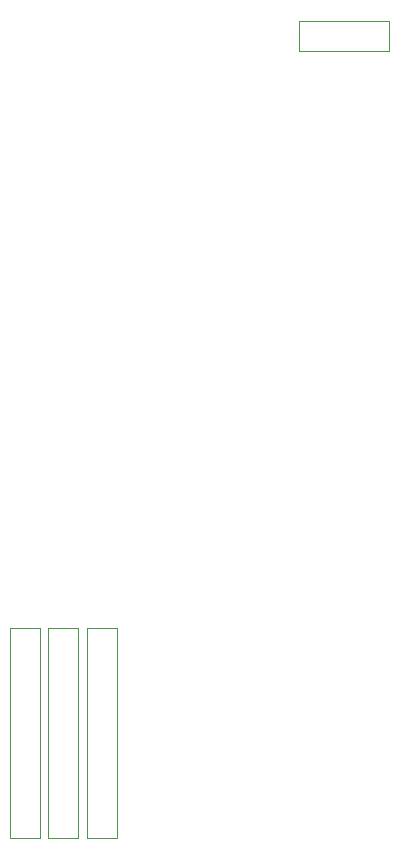
<source format=gbr>
G04*
G04 #@! TF.GenerationSoftware,Altium Limited,Altium Designer,24.1.2 (44)*
G04*
G04 Layer_Color=32768*
%FSLAX25Y25*%
%MOIN*%
G70*
G04*
G04 #@! TF.SameCoordinates,A85318EA-E4D8-42E9-B0A6-CF3BD3DAF5E5*
G04*
G04*
G04 #@! TF.FilePolarity,Positive*
G04*
G01*
G75*
%ADD16C,0.00394*%
D16*
X1077008Y625906D02*
Y635906D01*
X1047008Y625906D02*
Y635906D01*
Y625906D02*
X1077008D01*
X1047008Y635906D02*
X1077008D01*
X976299Y433622D02*
X986299D01*
X976299Y363622D02*
X986299D01*
Y433622D01*
X976299Y363622D02*
Y433622D01*
X963460Y433657D02*
X973460D01*
X963460Y363657D02*
X973460D01*
Y433657D01*
X963460Y363657D02*
Y433657D01*
X950664D02*
X960664D01*
X950664Y363657D02*
X960664D01*
Y433657D01*
X950664Y363657D02*
Y433657D01*
M02*

</source>
